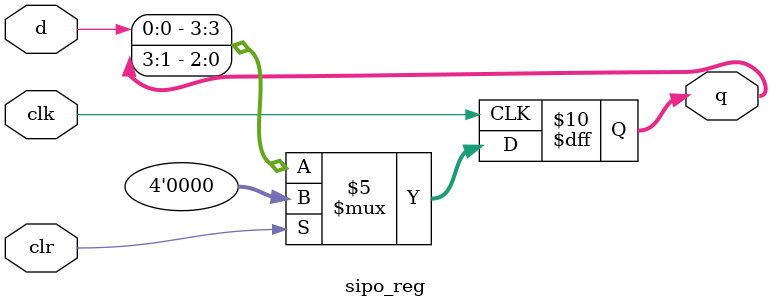
<source format=v>
`timescale 1ns / 1ps


module sipo_reg(
            input d,clk,clr,
            output reg [3:0]q);
        reg [3:0]temp;
    always @(posedge clk)// begin
        if (clr==1)//begin
        q=4'b0000;
//        end
        else 
        begin
      /*  temp[0]=temp[1];
        temp[1]=temp[2];
        temp[2]=temp[3];
        temp[3]=d; */
        temp=q>>1;
        q={d,temp[2:0]};
        end 
//        assign q=temp;
        endmodule
</source>
